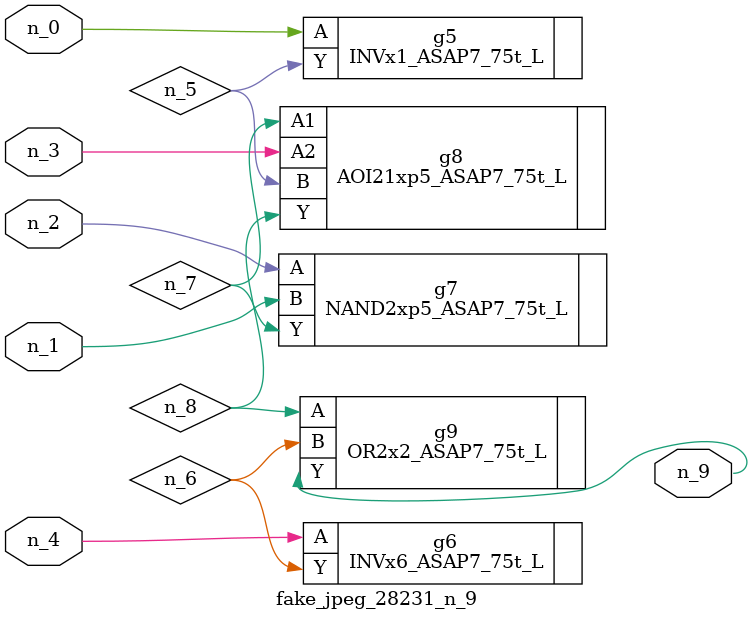
<source format=v>
module fake_jpeg_28231_n_9 (n_3, n_2, n_1, n_0, n_4, n_9);

input n_3;
input n_2;
input n_1;
input n_0;
input n_4;

output n_9;

wire n_8;
wire n_6;
wire n_5;
wire n_7;

INVx1_ASAP7_75t_L g5 ( 
.A(n_0),
.Y(n_5)
);

INVx6_ASAP7_75t_L g6 ( 
.A(n_4),
.Y(n_6)
);

NAND2xp5_ASAP7_75t_L g7 ( 
.A(n_2),
.B(n_1),
.Y(n_7)
);

AOI21xp5_ASAP7_75t_L g8 ( 
.A1(n_7),
.A2(n_3),
.B(n_5),
.Y(n_8)
);

OR2x2_ASAP7_75t_L g9 ( 
.A(n_8),
.B(n_6),
.Y(n_9)
);


endmodule
</source>
